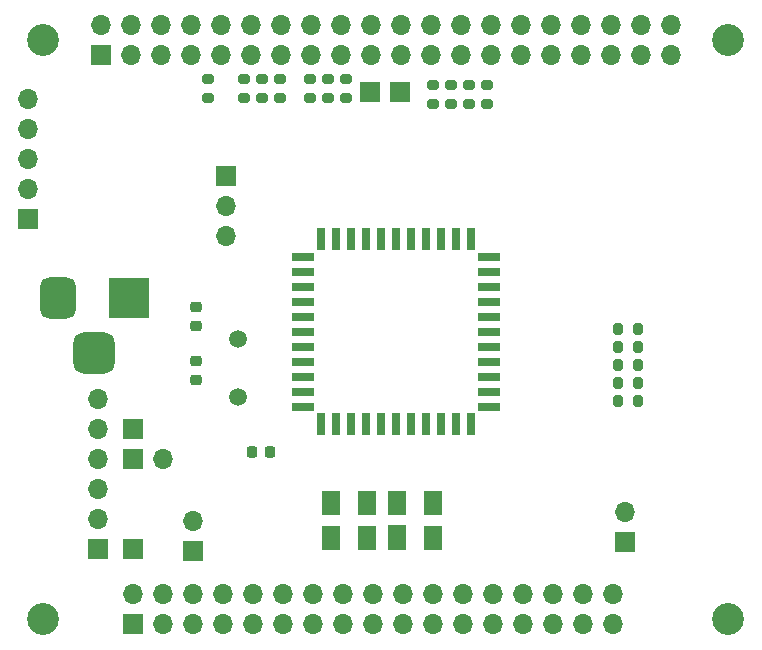
<source format=gts>
G04 #@! TF.GenerationSoftware,KiCad,Pcbnew,(6.0.0)*
G04 #@! TF.CreationDate,2022-08-18T21:55:53-04:00*
G04 #@! TF.ProjectId,WD37C65 pi hat,57443337-4336-4352-9070-69206861742e,rev?*
G04 #@! TF.SameCoordinates,Original*
G04 #@! TF.FileFunction,Soldermask,Top*
G04 #@! TF.FilePolarity,Negative*
%FSLAX46Y46*%
G04 Gerber Fmt 4.6, Leading zero omitted, Abs format (unit mm)*
G04 Created by KiCad (PCBNEW (6.0.0)) date 2022-08-18 21:55:53*
%MOMM*%
%LPD*%
G01*
G04 APERTURE LIST*
G04 Aperture macros list*
%AMRoundRect*
0 Rectangle with rounded corners*
0 $1 Rounding radius*
0 $2 $3 $4 $5 $6 $7 $8 $9 X,Y pos of 4 corners*
0 Add a 4 corners polygon primitive as box body*
4,1,4,$2,$3,$4,$5,$6,$7,$8,$9,$2,$3,0*
0 Add four circle primitives for the rounded corners*
1,1,$1+$1,$2,$3*
1,1,$1+$1,$4,$5*
1,1,$1+$1,$6,$7*
1,1,$1+$1,$8,$9*
0 Add four rect primitives between the rounded corners*
20,1,$1+$1,$2,$3,$4,$5,0*
20,1,$1+$1,$4,$5,$6,$7,0*
20,1,$1+$1,$6,$7,$8,$9,0*
20,1,$1+$1,$8,$9,$2,$3,0*%
%AMFreePoly0*
4,1,6,1.000000,0.000000,0.500000,-0.750000,-0.500000,-0.750000,-0.500000,0.750000,0.500000,0.750000,1.000000,0.000000,1.000000,0.000000,$1*%
G04 Aperture macros list end*
%ADD10RoundRect,0.200000X-0.275000X0.200000X-0.275000X-0.200000X0.275000X-0.200000X0.275000X0.200000X0*%
%ADD11R,1.700000X1.700000*%
%ADD12O,1.700000X1.700000*%
%ADD13RoundRect,0.225000X-0.250000X0.225000X-0.250000X-0.225000X0.250000X-0.225000X0.250000X0.225000X0*%
%ADD14RoundRect,0.200000X-0.200000X-0.275000X0.200000X-0.275000X0.200000X0.275000X-0.200000X0.275000X0*%
%ADD15R,1.925000X0.700000*%
%ADD16R,0.700000X1.925000*%
%ADD17R,1.500000X1.500000*%
%ADD18FreePoly0,270.000000*%
%ADD19FreePoly0,90.000000*%
%ADD20C,1.500000*%
%ADD21RoundRect,0.200000X0.200000X0.275000X-0.200000X0.275000X-0.200000X-0.275000X0.200000X-0.275000X0*%
%ADD22R,3.500000X3.500000*%
%ADD23RoundRect,0.750000X-0.750000X-1.000000X0.750000X-1.000000X0.750000X1.000000X-0.750000X1.000000X0*%
%ADD24RoundRect,0.875000X-0.875000X-0.875000X0.875000X-0.875000X0.875000X0.875000X-0.875000X0.875000X0*%
%ADD25RoundRect,0.225000X0.225000X0.250000X-0.225000X0.250000X-0.225000X-0.250000X0.225000X-0.250000X0*%
%ADD26C,2.700000*%
G04 APERTURE END LIST*
D10*
X102616000Y-118301000D03*
X102616000Y-119951000D03*
D11*
X84639000Y-158115000D03*
D12*
X84639000Y-155575000D03*
X84639000Y-153035000D03*
X84639000Y-150495000D03*
X84639000Y-147955000D03*
X84639000Y-145415000D03*
D11*
X87630000Y-164465000D03*
D12*
X87630000Y-161925000D03*
X90170000Y-164465000D03*
X90170000Y-161925000D03*
X92710000Y-164465000D03*
X92710000Y-161925000D03*
X95250000Y-164465000D03*
X95250000Y-161925000D03*
X97790000Y-164465000D03*
X97790000Y-161925000D03*
X100330000Y-164465000D03*
X100330000Y-161925000D03*
X102870000Y-164465000D03*
X102870000Y-161925000D03*
X105410000Y-164465000D03*
X105410000Y-161925000D03*
X107950000Y-164465000D03*
X107950000Y-161925000D03*
X110490000Y-164465000D03*
X110490000Y-161925000D03*
X113030000Y-164465000D03*
X113030000Y-161925000D03*
X115570000Y-164465000D03*
X115570000Y-161925000D03*
X118110000Y-164465000D03*
X118110000Y-161925000D03*
X120650000Y-164465000D03*
X120650000Y-161925000D03*
X123190000Y-164465000D03*
X123190000Y-161925000D03*
X125730000Y-164465000D03*
X125730000Y-161925000D03*
X128270000Y-164465000D03*
X128270000Y-161925000D03*
D10*
X100076000Y-118301000D03*
X100076000Y-119951000D03*
D13*
X92964000Y-137655000D03*
X92964000Y-139205000D03*
D10*
X93980000Y-118301000D03*
X93980000Y-119951000D03*
X117602000Y-118809000D03*
X117602000Y-120459000D03*
D11*
X110236000Y-119380000D03*
X87630000Y-158115000D03*
D14*
X128715000Y-140970000D03*
X130365000Y-140970000D03*
D15*
X117717500Y-139700000D03*
X117717500Y-138430000D03*
X117717500Y-137160000D03*
X117717500Y-135890000D03*
X117717500Y-134620000D03*
X117717500Y-133350000D03*
D16*
X116205000Y-131837500D03*
X114935000Y-131837500D03*
X113665000Y-131837500D03*
X112395000Y-131837500D03*
X111125000Y-131837500D03*
X109855000Y-131837500D03*
X108585000Y-131837500D03*
X107315000Y-131837500D03*
X106045000Y-131837500D03*
X104775000Y-131837500D03*
X103505000Y-131837500D03*
D15*
X101992500Y-133350000D03*
X101992500Y-134620000D03*
X101992500Y-135890000D03*
X101992500Y-137160000D03*
X101992500Y-138430000D03*
X101992500Y-139700000D03*
X101992500Y-140970000D03*
X101992500Y-142240000D03*
X101992500Y-143510000D03*
X101992500Y-144780000D03*
X101992500Y-146050000D03*
D16*
X103505000Y-147562500D03*
X104775000Y-147562500D03*
X106045000Y-147562500D03*
X107315000Y-147562500D03*
X108585000Y-147562500D03*
X109855000Y-147562500D03*
X111125000Y-147562500D03*
X112395000Y-147562500D03*
X113665000Y-147562500D03*
X114935000Y-147562500D03*
X116205000Y-147562500D03*
D15*
X117717500Y-146050000D03*
X117717500Y-144780000D03*
X117717500Y-143510000D03*
X117717500Y-142240000D03*
X117717500Y-140970000D03*
D10*
X105664000Y-118301000D03*
X105664000Y-119951000D03*
X104140000Y-118301000D03*
X104140000Y-119951000D03*
X113030000Y-118809000D03*
X113030000Y-120459000D03*
X98552000Y-118301000D03*
X98552000Y-119951000D03*
X97028000Y-118301000D03*
X97028000Y-119951000D03*
D17*
X104394000Y-154502000D03*
X104394000Y-156902000D03*
D18*
X104394000Y-153702000D03*
D19*
X104394000Y-157702000D03*
D20*
X96520000Y-140335000D03*
X96520000Y-145215000D03*
D21*
X130365000Y-139446000D03*
X128715000Y-139446000D03*
D14*
X128715000Y-144018000D03*
X130365000Y-144018000D03*
D10*
X114554000Y-118809000D03*
X114554000Y-120459000D03*
D17*
X113030000Y-156902000D03*
X113030000Y-154502000D03*
D18*
X113030000Y-153702000D03*
D19*
X113030000Y-157702000D03*
D11*
X129286000Y-157485000D03*
D12*
X129286000Y-154945000D03*
D11*
X95504000Y-126507000D03*
D12*
X95504000Y-129047000D03*
X95504000Y-131587000D03*
D11*
X92710000Y-158247000D03*
D12*
X92710000Y-155707000D03*
D22*
X87280000Y-136837500D03*
D23*
X81280000Y-136837500D03*
D24*
X84280000Y-141537500D03*
D11*
X87625000Y-150495000D03*
D12*
X90165000Y-150495000D03*
D11*
X84870000Y-116275000D03*
D12*
X84870000Y-113735000D03*
X87410000Y-116275000D03*
X87410000Y-113735000D03*
X89950000Y-116275000D03*
X89950000Y-113735000D03*
X92490000Y-116275000D03*
X92490000Y-113735000D03*
X95030000Y-116275000D03*
X95030000Y-113735000D03*
X97570000Y-116275000D03*
X97570000Y-113735000D03*
X100110000Y-116275000D03*
X100110000Y-113735000D03*
X102650000Y-116275000D03*
X102650000Y-113735000D03*
X105190000Y-116275000D03*
X105190000Y-113735000D03*
X107730000Y-116275000D03*
X107730000Y-113735000D03*
X110270000Y-116275000D03*
X110270000Y-113735000D03*
X112810000Y-116275000D03*
X112810000Y-113735000D03*
X115350000Y-116275000D03*
X115350000Y-113735000D03*
X117890000Y-116275000D03*
X117890000Y-113735000D03*
X120430000Y-116275000D03*
X120430000Y-113735000D03*
X122970000Y-116275000D03*
X122970000Y-113735000D03*
X125510000Y-116275000D03*
X125510000Y-113735000D03*
X128050000Y-116275000D03*
X128050000Y-113735000D03*
X130590000Y-116275000D03*
X130590000Y-113735000D03*
X133130000Y-116275000D03*
X133130000Y-113735000D03*
D17*
X107442000Y-154502000D03*
X107442000Y-156902000D03*
D18*
X107442000Y-153702000D03*
D19*
X107442000Y-157702000D03*
D11*
X87630000Y-147955000D03*
X78740000Y-130170000D03*
D12*
X78740000Y-127630000D03*
X78740000Y-125090000D03*
X78740000Y-122550000D03*
X78740000Y-120010000D03*
D14*
X128715000Y-142494000D03*
X130365000Y-142494000D03*
D17*
X109982000Y-154470000D03*
X109982000Y-156870000D03*
D18*
X109982000Y-153670000D03*
D19*
X109982000Y-157670000D03*
D25*
X99200000Y-149860000D03*
X97650000Y-149860000D03*
D10*
X116078000Y-118809000D03*
X116078000Y-120459000D03*
D11*
X107696000Y-119380000D03*
D13*
X92964000Y-142227000D03*
X92964000Y-143777000D03*
D14*
X128715000Y-145542000D03*
X130365000Y-145542000D03*
D26*
X138000000Y-115000000D03*
X80000000Y-164000000D03*
X138000000Y-164000000D03*
X80000000Y-115000000D03*
M02*

</source>
